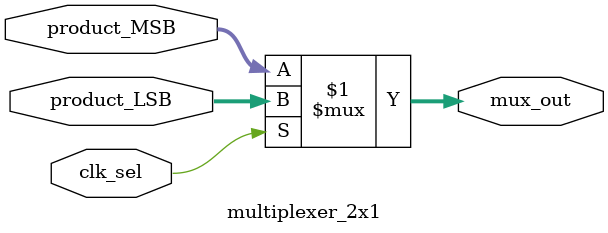
<source format=v>
`timescale 1ns / 1ps

// As the clock is of CPOL = 0, the MSB must flow first and then LSB

module multiplexer_2x1(
    input [31:0] product_MSB,
    input [31:0] product_LSB,
    input clk_sel,
    output [31:0] mux_out
    );
    
    assign mux_out = clk_sel ? product_LSB : product_MSB;
    
endmodule

</source>
